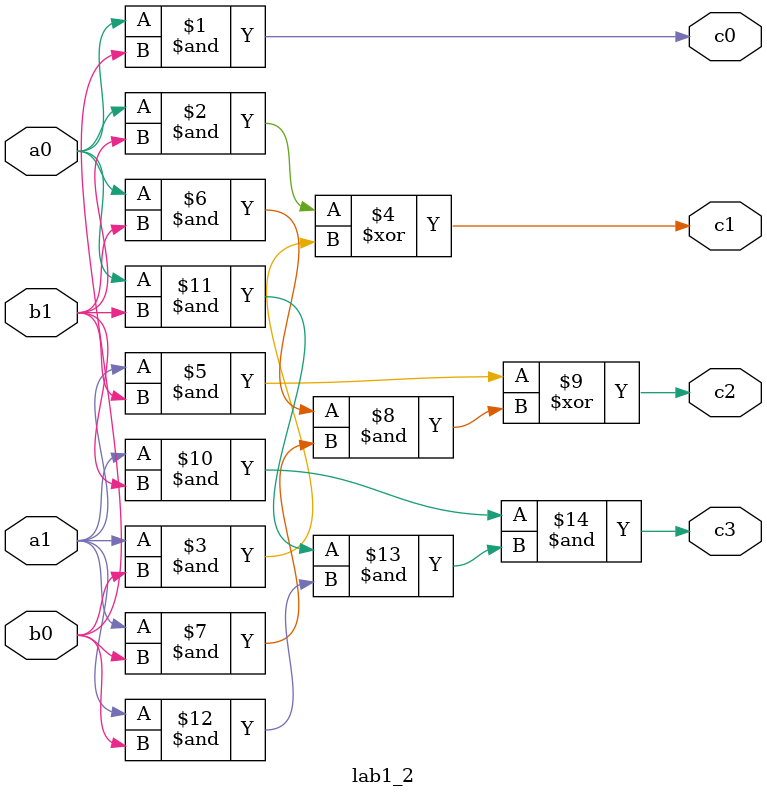
<source format=v>
`timescale 1ns / 1ps


module lab1_2(c0, c1, c2, c3, a0, a1, b0, b1);
output c0, c1, c2, c3;
input a0, a1, b0, b1;

assign c0 = a0&b0;
assign c1 = (a0&b1) ^ (a1&b0);
assign c2 = ((a1&b1) ^ ((a0&b1) & (a1&b0)));
assign c3 = ((a1&b1) & ((a0&b1) & (a1&b0)));

endmodule

</source>
